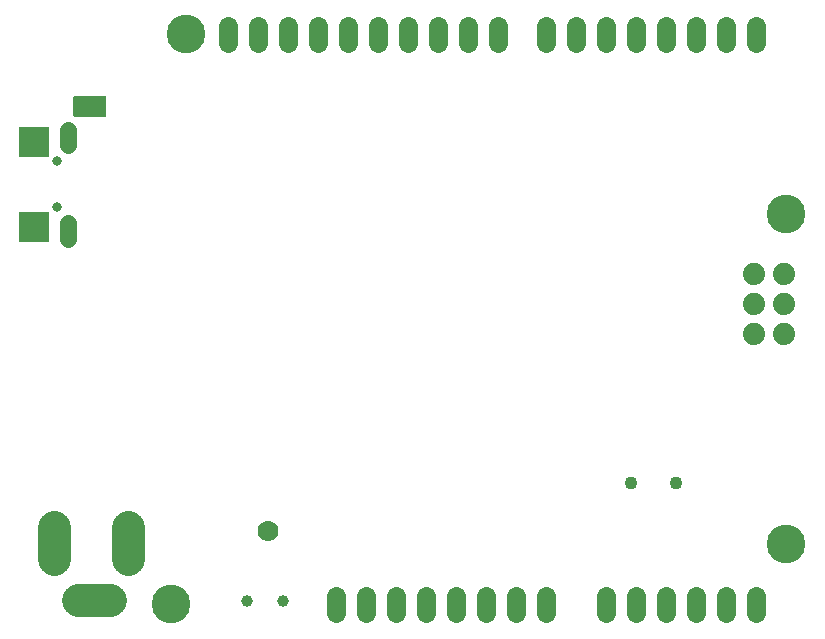
<source format=gbr>
G04 EAGLE Gerber RS-274X export*
G75*
%MOMM*%
%FSLAX34Y34*%
%LPD*%
%INSoldermask Bottom*%
%IPPOS*%
%AMOC8*
5,1,8,0,0,1.08239X$1,22.5*%
G01*
%ADD10C,3.276600*%
%ADD11C,1.879600*%
%ADD12C,1.601600*%
%ADD13C,0.801600*%
%ADD14R,2.514600X2.514600*%
%ADD15C,1.409600*%
%ADD16C,1.778000*%
%ADD17C,1.101600*%
%ADD18C,2.801600*%
%ADD19C,1.001600*%

G36*
X83938Y438166D02*
X83938Y438166D01*
X84057Y438173D01*
X84095Y438186D01*
X84136Y438191D01*
X84246Y438234D01*
X84359Y438271D01*
X84394Y438293D01*
X84431Y438308D01*
X84527Y438378D01*
X84628Y438441D01*
X84656Y438471D01*
X84689Y438494D01*
X84765Y438586D01*
X84846Y438673D01*
X84866Y438708D01*
X84891Y438739D01*
X84942Y438847D01*
X85000Y438951D01*
X85010Y438991D01*
X85027Y439027D01*
X85049Y439144D01*
X85079Y439259D01*
X85083Y439320D01*
X85087Y439340D01*
X85085Y439360D01*
X85089Y439420D01*
X85089Y454660D01*
X85074Y454778D01*
X85067Y454897D01*
X85054Y454935D01*
X85049Y454976D01*
X85006Y455086D01*
X84969Y455199D01*
X84947Y455234D01*
X84932Y455271D01*
X84863Y455367D01*
X84799Y455468D01*
X84769Y455496D01*
X84746Y455529D01*
X84654Y455605D01*
X84567Y455686D01*
X84532Y455706D01*
X84501Y455731D01*
X84393Y455782D01*
X84289Y455840D01*
X84249Y455850D01*
X84213Y455867D01*
X84096Y455889D01*
X83981Y455919D01*
X83921Y455923D01*
X83901Y455927D01*
X83880Y455925D01*
X83820Y455929D01*
X58420Y455929D01*
X58302Y455914D01*
X58183Y455907D01*
X58145Y455894D01*
X58104Y455889D01*
X57994Y455846D01*
X57881Y455809D01*
X57846Y455787D01*
X57809Y455772D01*
X57713Y455703D01*
X57612Y455639D01*
X57584Y455609D01*
X57551Y455586D01*
X57476Y455494D01*
X57394Y455407D01*
X57374Y455372D01*
X57349Y455341D01*
X57298Y455233D01*
X57240Y455129D01*
X57230Y455089D01*
X57213Y455053D01*
X57191Y454936D01*
X57161Y454821D01*
X57157Y454761D01*
X57153Y454741D01*
X57154Y454734D01*
X57153Y454731D01*
X57154Y454716D01*
X57151Y454660D01*
X57151Y439420D01*
X57166Y439302D01*
X57173Y439183D01*
X57186Y439145D01*
X57191Y439104D01*
X57234Y438994D01*
X57271Y438881D01*
X57293Y438846D01*
X57308Y438809D01*
X57378Y438713D01*
X57441Y438612D01*
X57471Y438584D01*
X57494Y438551D01*
X57586Y438476D01*
X57673Y438394D01*
X57708Y438374D01*
X57739Y438349D01*
X57847Y438298D01*
X57951Y438240D01*
X57991Y438230D01*
X58027Y438213D01*
X58144Y438191D01*
X58259Y438161D01*
X58320Y438157D01*
X58340Y438153D01*
X58360Y438155D01*
X58420Y438151D01*
X83820Y438151D01*
X83938Y438166D01*
G37*
D10*
X660400Y355600D03*
X660400Y76200D03*
X152400Y508000D03*
X139700Y25400D03*
D11*
X659130Y304800D03*
X659130Y279400D03*
X659130Y254000D03*
X633730Y304800D03*
X633730Y279400D03*
X633730Y254000D03*
D12*
X508000Y32900D02*
X508000Y17900D01*
X533400Y17900D02*
X533400Y32900D01*
X558800Y32900D02*
X558800Y17900D01*
X584200Y17900D02*
X584200Y32900D01*
X609600Y32900D02*
X609600Y17900D01*
X635000Y17900D02*
X635000Y32900D01*
D13*
X43180Y400500D03*
X43180Y361500D03*
D14*
X24180Y345000D03*
X24180Y417000D03*
D15*
X52180Y414000D02*
X52180Y427080D01*
X52180Y348000D02*
X52180Y334920D01*
D12*
X187960Y500500D02*
X187960Y515500D01*
X213360Y515500D02*
X213360Y500500D01*
X238760Y500500D02*
X238760Y515500D01*
X264160Y515500D02*
X264160Y500500D01*
X289560Y500500D02*
X289560Y515500D01*
X314960Y515500D02*
X314960Y500500D01*
X340360Y500500D02*
X340360Y515500D01*
X365760Y515500D02*
X365760Y500500D01*
X391160Y500500D02*
X391160Y515500D01*
X416560Y515500D02*
X416560Y500500D01*
X457200Y500500D02*
X457200Y515500D01*
X482600Y515500D02*
X482600Y500500D01*
X508000Y500500D02*
X508000Y515500D01*
X533400Y515500D02*
X533400Y500500D01*
X558800Y500500D02*
X558800Y515500D01*
X584200Y515500D02*
X584200Y500500D01*
X609600Y500500D02*
X609600Y515500D01*
X635000Y515500D02*
X635000Y500500D01*
X279400Y32900D02*
X279400Y17900D01*
X304800Y17900D02*
X304800Y32900D01*
X330200Y32900D02*
X330200Y17900D01*
X355600Y17900D02*
X355600Y32900D01*
X381000Y32900D02*
X381000Y17900D01*
X406400Y17900D02*
X406400Y32900D01*
X431800Y32900D02*
X431800Y17900D01*
X457200Y17900D02*
X457200Y32900D01*
D16*
X222250Y87376D03*
D17*
X529590Y128270D03*
X567690Y128270D03*
D18*
X102980Y90970D02*
X102980Y63970D01*
X40480Y63970D02*
X40480Y90970D01*
X60980Y29470D02*
X87980Y29470D01*
D19*
X204456Y28448D03*
X234456Y28448D03*
M02*

</source>
